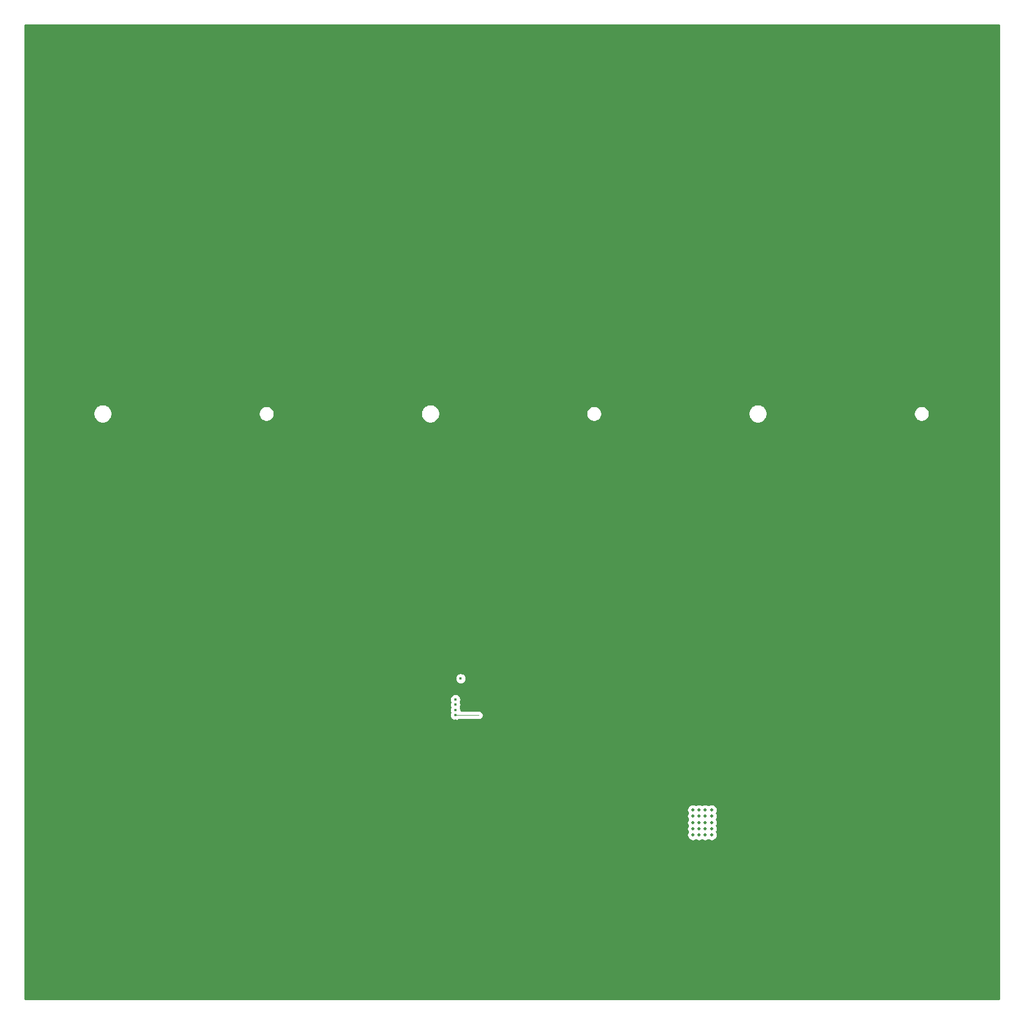
<source format=gbr>
%TF.GenerationSoftware,KiCad,Pcbnew,5.1.6-c6e7f7d~86~ubuntu18.04.1*%
%TF.CreationDate,2020-06-01T18:26:28-05:00*%
%TF.ProjectId,AP2100,41503231-3030-42e6-9b69-6361645f7063,rev?*%
%TF.SameCoordinates,Original*%
%TF.FileFunction,Copper,L2,Inr*%
%TF.FilePolarity,Positive*%
%FSLAX46Y46*%
G04 Gerber Fmt 4.6, Leading zero omitted, Abs format (unit mm)*
G04 Created by KiCad (PCBNEW 5.1.6-c6e7f7d~86~ubuntu18.04.1) date 2020-06-01 18:26:28*
%MOMM*%
%LPD*%
G01*
G04 APERTURE LIST*
%TA.AperFunction,ViaPad*%
%ADD10C,0.499999*%
%TD*%
%TA.AperFunction,ViaPad*%
%ADD11C,0.400000*%
%TD*%
%TA.AperFunction,Conductor*%
%ADD12C,0.105000*%
%TD*%
%TA.AperFunction,Conductor*%
%ADD13C,0.254000*%
%TD*%
G04 APERTURE END LIST*
D10*
%TO.N,N/C*%
%TO.C,U1*%
X103525000Y-121449999D03*
X103525000Y-123350001D03*
X103525000Y-122400000D03*
X104475000Y-122400000D03*
X104475000Y-123350001D03*
X104475000Y-121449999D03*
X104475000Y-120499999D03*
X103525000Y-120499999D03*
X103525000Y-124300001D03*
X104475000Y-124300001D03*
X105425001Y-124300001D03*
X105425001Y-120499999D03*
X105425001Y-121449999D03*
X105425001Y-123350001D03*
X105425001Y-122400000D03*
X102574999Y-122400000D03*
X102574999Y-123350001D03*
X102574999Y-121449999D03*
X102574999Y-120499999D03*
X102574999Y-124300001D03*
%TD*%
D11*
%TO.N,*%
X66340000Y-106030000D03*
X66340000Y-104430000D03*
%TO.N,GND*%
X66340000Y-106830000D03*
%TO.N,Net-(U2-PadW22)*%
X66340000Y-105230000D03*
%TO.N,Net-(U2-PadU22)*%
X66340000Y-103630000D03*
%TO.N,Net-(U2-PadN23)*%
X67140000Y-100430000D03*
%TD*%
D12*
%TO.N,*%
X66340000Y-106030000D02*
X69940000Y-106030000D01*
%TO.N,GND*%
X66339514Y-106830000D02*
X69939528Y-106830000D01*
%TD*%
D13*
%TO.N,GND*%
G36*
X149315001Y-149315000D02*
G01*
X685000Y-149315000D01*
X685000Y-120412834D01*
X101690000Y-120412834D01*
X101690000Y-120587164D01*
X101724010Y-120758144D01*
X101790723Y-120919203D01*
X101828005Y-120974999D01*
X101790723Y-121030795D01*
X101724010Y-121191854D01*
X101690000Y-121362834D01*
X101690000Y-121537164D01*
X101724010Y-121708144D01*
X101790723Y-121869203D01*
X101828005Y-121925000D01*
X101790723Y-121980796D01*
X101724010Y-122141855D01*
X101690000Y-122312835D01*
X101690000Y-122487165D01*
X101724010Y-122658145D01*
X101790723Y-122819204D01*
X101828005Y-122875000D01*
X101790723Y-122930797D01*
X101724010Y-123091856D01*
X101690000Y-123262836D01*
X101690000Y-123437166D01*
X101724010Y-123608146D01*
X101790723Y-123769205D01*
X101828005Y-123825001D01*
X101790723Y-123880797D01*
X101724010Y-124041856D01*
X101690000Y-124212836D01*
X101690000Y-124387166D01*
X101724010Y-124558146D01*
X101790723Y-124719205D01*
X101887575Y-124864155D01*
X102010845Y-124987425D01*
X102155795Y-125084277D01*
X102316854Y-125150990D01*
X102487834Y-125185000D01*
X102662164Y-125185000D01*
X102833144Y-125150990D01*
X102994203Y-125084277D01*
X103050000Y-125046995D01*
X103105796Y-125084277D01*
X103266855Y-125150990D01*
X103437835Y-125185000D01*
X103612165Y-125185000D01*
X103783145Y-125150990D01*
X103944204Y-125084277D01*
X104000000Y-125046995D01*
X104055796Y-125084277D01*
X104216855Y-125150990D01*
X104387835Y-125185000D01*
X104562165Y-125185000D01*
X104733145Y-125150990D01*
X104894204Y-125084277D01*
X104950001Y-125046995D01*
X105005797Y-125084277D01*
X105166856Y-125150990D01*
X105337836Y-125185000D01*
X105512166Y-125185000D01*
X105683146Y-125150990D01*
X105844205Y-125084277D01*
X105989155Y-124987425D01*
X106112425Y-124864155D01*
X106209277Y-124719205D01*
X106275990Y-124558146D01*
X106310000Y-124387166D01*
X106310000Y-124212836D01*
X106275990Y-124041856D01*
X106209277Y-123880797D01*
X106171995Y-123825001D01*
X106209277Y-123769205D01*
X106275990Y-123608146D01*
X106310000Y-123437166D01*
X106310000Y-123262836D01*
X106275990Y-123091856D01*
X106209277Y-122930797D01*
X106171995Y-122875001D01*
X106209277Y-122819204D01*
X106275990Y-122658145D01*
X106310000Y-122487165D01*
X106310000Y-122312835D01*
X106275990Y-122141855D01*
X106209277Y-121980796D01*
X106171995Y-121925000D01*
X106209277Y-121869203D01*
X106275990Y-121708144D01*
X106310000Y-121537164D01*
X106310000Y-121362834D01*
X106275990Y-121191854D01*
X106209277Y-121030795D01*
X106171995Y-120974999D01*
X106209277Y-120919203D01*
X106275990Y-120758144D01*
X106310000Y-120587164D01*
X106310000Y-120412834D01*
X106275990Y-120241854D01*
X106209277Y-120080795D01*
X106112425Y-119935845D01*
X105989155Y-119812575D01*
X105844205Y-119715723D01*
X105683146Y-119649010D01*
X105512166Y-119615000D01*
X105337836Y-119615000D01*
X105166856Y-119649010D01*
X105005797Y-119715723D01*
X104950001Y-119753005D01*
X104894204Y-119715723D01*
X104733145Y-119649010D01*
X104562165Y-119615000D01*
X104387835Y-119615000D01*
X104216855Y-119649010D01*
X104055796Y-119715723D01*
X104000000Y-119753005D01*
X103944204Y-119715723D01*
X103783145Y-119649010D01*
X103612165Y-119615000D01*
X103437835Y-119615000D01*
X103266855Y-119649010D01*
X103105796Y-119715723D01*
X103050000Y-119753005D01*
X102994203Y-119715723D01*
X102833144Y-119649010D01*
X102662164Y-119615000D01*
X102487834Y-119615000D01*
X102316854Y-119649010D01*
X102155795Y-119715723D01*
X102010845Y-119812575D01*
X101887575Y-119935845D01*
X101790723Y-120080795D01*
X101724010Y-120241854D01*
X101690000Y-120412834D01*
X685000Y-120412834D01*
X685000Y-103547760D01*
X65505000Y-103547760D01*
X65505000Y-103712240D01*
X65537089Y-103873560D01*
X65600033Y-104025521D01*
X65603026Y-104030000D01*
X65600033Y-104034479D01*
X65537089Y-104186440D01*
X65505000Y-104347760D01*
X65505000Y-104512240D01*
X65537089Y-104673560D01*
X65600033Y-104825521D01*
X65603026Y-104830000D01*
X65600033Y-104834479D01*
X65537089Y-104986440D01*
X65505000Y-105147760D01*
X65505000Y-105312240D01*
X65537089Y-105473560D01*
X65600033Y-105625521D01*
X65603026Y-105630000D01*
X65600033Y-105634479D01*
X65537089Y-105786440D01*
X65505000Y-105947760D01*
X65505000Y-106112240D01*
X65537089Y-106273560D01*
X65600033Y-106425521D01*
X65691413Y-106562281D01*
X65807719Y-106678587D01*
X65944479Y-106769967D01*
X66096440Y-106832911D01*
X66257760Y-106865000D01*
X66422240Y-106865000D01*
X66583560Y-106832911D01*
X66735521Y-106769967D01*
X66814044Y-106717500D01*
X69973769Y-106717500D01*
X70074773Y-106707552D01*
X70204368Y-106668240D01*
X70323802Y-106604401D01*
X70428488Y-106518488D01*
X70514401Y-106413802D01*
X70578240Y-106294368D01*
X70617552Y-106164773D01*
X70630826Y-106030000D01*
X70617552Y-105895227D01*
X70578240Y-105765632D01*
X70514401Y-105646198D01*
X70428488Y-105541512D01*
X70323802Y-105455599D01*
X70204368Y-105391760D01*
X70074773Y-105352448D01*
X69973769Y-105342500D01*
X67168981Y-105342500D01*
X67175000Y-105312240D01*
X67175000Y-105147760D01*
X67142911Y-104986440D01*
X67079967Y-104834479D01*
X67076974Y-104830000D01*
X67079967Y-104825521D01*
X67142911Y-104673560D01*
X67175000Y-104512240D01*
X67175000Y-104347760D01*
X67142911Y-104186440D01*
X67079967Y-104034479D01*
X67076974Y-104030000D01*
X67079967Y-104025521D01*
X67142911Y-103873560D01*
X67175000Y-103712240D01*
X67175000Y-103547760D01*
X67142911Y-103386440D01*
X67079967Y-103234479D01*
X66988587Y-103097719D01*
X66872281Y-102981413D01*
X66735521Y-102890033D01*
X66583560Y-102827089D01*
X66422240Y-102795000D01*
X66257760Y-102795000D01*
X66096440Y-102827089D01*
X65944479Y-102890033D01*
X65807719Y-102981413D01*
X65691413Y-103097719D01*
X65600033Y-103234479D01*
X65537089Y-103386440D01*
X65505000Y-103547760D01*
X685000Y-103547760D01*
X685000Y-100347760D01*
X66305000Y-100347760D01*
X66305000Y-100512240D01*
X66337089Y-100673560D01*
X66400033Y-100825521D01*
X66491413Y-100962281D01*
X66607719Y-101078587D01*
X66744479Y-101169967D01*
X66896440Y-101232911D01*
X67057760Y-101265000D01*
X67222240Y-101265000D01*
X67383560Y-101232911D01*
X67535521Y-101169967D01*
X67672281Y-101078587D01*
X67788587Y-100962281D01*
X67879967Y-100825521D01*
X67942911Y-100673560D01*
X67975000Y-100512240D01*
X67975000Y-100347760D01*
X67942911Y-100186440D01*
X67879967Y-100034479D01*
X67788587Y-99897719D01*
X67672281Y-99781413D01*
X67535521Y-99690033D01*
X67383560Y-99627089D01*
X67222240Y-99595000D01*
X67057760Y-99595000D01*
X66896440Y-99627089D01*
X66744479Y-99690033D01*
X66607719Y-99781413D01*
X66491413Y-99897719D01*
X66400033Y-100034479D01*
X66337089Y-100186440D01*
X66305000Y-100347760D01*
X685000Y-100347760D01*
X685000Y-59858665D01*
X11065000Y-59858665D01*
X11065000Y-60141335D01*
X11120147Y-60418574D01*
X11228320Y-60679727D01*
X11385363Y-60914759D01*
X11585241Y-61114637D01*
X11820273Y-61271680D01*
X12081426Y-61379853D01*
X12358665Y-61435000D01*
X12641335Y-61435000D01*
X12918574Y-61379853D01*
X13179727Y-61271680D01*
X13414759Y-61114637D01*
X13614637Y-60914759D01*
X13771680Y-60679727D01*
X13879853Y-60418574D01*
X13935000Y-60141335D01*
X13935000Y-59883288D01*
X36315000Y-59883288D01*
X36315000Y-60116712D01*
X36360539Y-60345652D01*
X36449866Y-60561308D01*
X36579550Y-60755394D01*
X36744606Y-60920450D01*
X36938692Y-61050134D01*
X37154348Y-61139461D01*
X37383288Y-61185000D01*
X37616712Y-61185000D01*
X37845652Y-61139461D01*
X38061308Y-61050134D01*
X38255394Y-60920450D01*
X38420450Y-60755394D01*
X38550134Y-60561308D01*
X38639461Y-60345652D01*
X38685000Y-60116712D01*
X38685000Y-59883288D01*
X38680103Y-59858665D01*
X61065000Y-59858665D01*
X61065000Y-60141335D01*
X61120147Y-60418574D01*
X61228320Y-60679727D01*
X61385363Y-60914759D01*
X61585241Y-61114637D01*
X61820273Y-61271680D01*
X62081426Y-61379853D01*
X62358665Y-61435000D01*
X62641335Y-61435000D01*
X62918574Y-61379853D01*
X63179727Y-61271680D01*
X63414759Y-61114637D01*
X63614637Y-60914759D01*
X63771680Y-60679727D01*
X63879853Y-60418574D01*
X63935000Y-60141335D01*
X63935000Y-59883288D01*
X86315000Y-59883288D01*
X86315000Y-60116712D01*
X86360539Y-60345652D01*
X86449866Y-60561308D01*
X86579550Y-60755394D01*
X86744606Y-60920450D01*
X86938692Y-61050134D01*
X87154348Y-61139461D01*
X87383288Y-61185000D01*
X87616712Y-61185000D01*
X87845652Y-61139461D01*
X88061308Y-61050134D01*
X88255394Y-60920450D01*
X88420450Y-60755394D01*
X88550134Y-60561308D01*
X88639461Y-60345652D01*
X88685000Y-60116712D01*
X88685000Y-59883288D01*
X88680103Y-59858665D01*
X111065000Y-59858665D01*
X111065000Y-60141335D01*
X111120147Y-60418574D01*
X111228320Y-60679727D01*
X111385363Y-60914759D01*
X111585241Y-61114637D01*
X111820273Y-61271680D01*
X112081426Y-61379853D01*
X112358665Y-61435000D01*
X112641335Y-61435000D01*
X112918574Y-61379853D01*
X113179727Y-61271680D01*
X113414759Y-61114637D01*
X113614637Y-60914759D01*
X113771680Y-60679727D01*
X113879853Y-60418574D01*
X113935000Y-60141335D01*
X113935000Y-59883288D01*
X136315000Y-59883288D01*
X136315000Y-60116712D01*
X136360539Y-60345652D01*
X136449866Y-60561308D01*
X136579550Y-60755394D01*
X136744606Y-60920450D01*
X136938692Y-61050134D01*
X137154348Y-61139461D01*
X137383288Y-61185000D01*
X137616712Y-61185000D01*
X137845652Y-61139461D01*
X138061308Y-61050134D01*
X138255394Y-60920450D01*
X138420450Y-60755394D01*
X138550134Y-60561308D01*
X138639461Y-60345652D01*
X138685000Y-60116712D01*
X138685000Y-59883288D01*
X138639461Y-59654348D01*
X138550134Y-59438692D01*
X138420450Y-59244606D01*
X138255394Y-59079550D01*
X138061308Y-58949866D01*
X137845652Y-58860539D01*
X137616712Y-58815000D01*
X137383288Y-58815000D01*
X137154348Y-58860539D01*
X136938692Y-58949866D01*
X136744606Y-59079550D01*
X136579550Y-59244606D01*
X136449866Y-59438692D01*
X136360539Y-59654348D01*
X136315000Y-59883288D01*
X113935000Y-59883288D01*
X113935000Y-59858665D01*
X113879853Y-59581426D01*
X113771680Y-59320273D01*
X113614637Y-59085241D01*
X113414759Y-58885363D01*
X113179727Y-58728320D01*
X112918574Y-58620147D01*
X112641335Y-58565000D01*
X112358665Y-58565000D01*
X112081426Y-58620147D01*
X111820273Y-58728320D01*
X111585241Y-58885363D01*
X111385363Y-59085241D01*
X111228320Y-59320273D01*
X111120147Y-59581426D01*
X111065000Y-59858665D01*
X88680103Y-59858665D01*
X88639461Y-59654348D01*
X88550134Y-59438692D01*
X88420450Y-59244606D01*
X88255394Y-59079550D01*
X88061308Y-58949866D01*
X87845652Y-58860539D01*
X87616712Y-58815000D01*
X87383288Y-58815000D01*
X87154348Y-58860539D01*
X86938692Y-58949866D01*
X86744606Y-59079550D01*
X86579550Y-59244606D01*
X86449866Y-59438692D01*
X86360539Y-59654348D01*
X86315000Y-59883288D01*
X63935000Y-59883288D01*
X63935000Y-59858665D01*
X63879853Y-59581426D01*
X63771680Y-59320273D01*
X63614637Y-59085241D01*
X63414759Y-58885363D01*
X63179727Y-58728320D01*
X62918574Y-58620147D01*
X62641335Y-58565000D01*
X62358665Y-58565000D01*
X62081426Y-58620147D01*
X61820273Y-58728320D01*
X61585241Y-58885363D01*
X61385363Y-59085241D01*
X61228320Y-59320273D01*
X61120147Y-59581426D01*
X61065000Y-59858665D01*
X38680103Y-59858665D01*
X38639461Y-59654348D01*
X38550134Y-59438692D01*
X38420450Y-59244606D01*
X38255394Y-59079550D01*
X38061308Y-58949866D01*
X37845652Y-58860539D01*
X37616712Y-58815000D01*
X37383288Y-58815000D01*
X37154348Y-58860539D01*
X36938692Y-58949866D01*
X36744606Y-59079550D01*
X36579550Y-59244606D01*
X36449866Y-59438692D01*
X36360539Y-59654348D01*
X36315000Y-59883288D01*
X13935000Y-59883288D01*
X13935000Y-59858665D01*
X13879853Y-59581426D01*
X13771680Y-59320273D01*
X13614637Y-59085241D01*
X13414759Y-58885363D01*
X13179727Y-58728320D01*
X12918574Y-58620147D01*
X12641335Y-58565000D01*
X12358665Y-58565000D01*
X12081426Y-58620147D01*
X11820273Y-58728320D01*
X11585241Y-58885363D01*
X11385363Y-59085241D01*
X11228320Y-59320273D01*
X11120147Y-59581426D01*
X11065000Y-59858665D01*
X685000Y-59858665D01*
X685000Y-685000D01*
X149315000Y-685000D01*
X149315001Y-149315000D01*
G37*
X149315001Y-149315000D02*
X685000Y-149315000D01*
X685000Y-120412834D01*
X101690000Y-120412834D01*
X101690000Y-120587164D01*
X101724010Y-120758144D01*
X101790723Y-120919203D01*
X101828005Y-120974999D01*
X101790723Y-121030795D01*
X101724010Y-121191854D01*
X101690000Y-121362834D01*
X101690000Y-121537164D01*
X101724010Y-121708144D01*
X101790723Y-121869203D01*
X101828005Y-121925000D01*
X101790723Y-121980796D01*
X101724010Y-122141855D01*
X101690000Y-122312835D01*
X101690000Y-122487165D01*
X101724010Y-122658145D01*
X101790723Y-122819204D01*
X101828005Y-122875000D01*
X101790723Y-122930797D01*
X101724010Y-123091856D01*
X101690000Y-123262836D01*
X101690000Y-123437166D01*
X101724010Y-123608146D01*
X101790723Y-123769205D01*
X101828005Y-123825001D01*
X101790723Y-123880797D01*
X101724010Y-124041856D01*
X101690000Y-124212836D01*
X101690000Y-124387166D01*
X101724010Y-124558146D01*
X101790723Y-124719205D01*
X101887575Y-124864155D01*
X102010845Y-124987425D01*
X102155795Y-125084277D01*
X102316854Y-125150990D01*
X102487834Y-125185000D01*
X102662164Y-125185000D01*
X102833144Y-125150990D01*
X102994203Y-125084277D01*
X103050000Y-125046995D01*
X103105796Y-125084277D01*
X103266855Y-125150990D01*
X103437835Y-125185000D01*
X103612165Y-125185000D01*
X103783145Y-125150990D01*
X103944204Y-125084277D01*
X104000000Y-125046995D01*
X104055796Y-125084277D01*
X104216855Y-125150990D01*
X104387835Y-125185000D01*
X104562165Y-125185000D01*
X104733145Y-125150990D01*
X104894204Y-125084277D01*
X104950001Y-125046995D01*
X105005797Y-125084277D01*
X105166856Y-125150990D01*
X105337836Y-125185000D01*
X105512166Y-125185000D01*
X105683146Y-125150990D01*
X105844205Y-125084277D01*
X105989155Y-124987425D01*
X106112425Y-124864155D01*
X106209277Y-124719205D01*
X106275990Y-124558146D01*
X106310000Y-124387166D01*
X106310000Y-124212836D01*
X106275990Y-124041856D01*
X106209277Y-123880797D01*
X106171995Y-123825001D01*
X106209277Y-123769205D01*
X106275990Y-123608146D01*
X106310000Y-123437166D01*
X106310000Y-123262836D01*
X106275990Y-123091856D01*
X106209277Y-122930797D01*
X106171995Y-122875001D01*
X106209277Y-122819204D01*
X106275990Y-122658145D01*
X106310000Y-122487165D01*
X106310000Y-122312835D01*
X106275990Y-122141855D01*
X106209277Y-121980796D01*
X106171995Y-121925000D01*
X106209277Y-121869203D01*
X106275990Y-121708144D01*
X106310000Y-121537164D01*
X106310000Y-121362834D01*
X106275990Y-121191854D01*
X106209277Y-121030795D01*
X106171995Y-120974999D01*
X106209277Y-120919203D01*
X106275990Y-120758144D01*
X106310000Y-120587164D01*
X106310000Y-120412834D01*
X106275990Y-120241854D01*
X106209277Y-120080795D01*
X106112425Y-119935845D01*
X105989155Y-119812575D01*
X105844205Y-119715723D01*
X105683146Y-119649010D01*
X105512166Y-119615000D01*
X105337836Y-119615000D01*
X105166856Y-119649010D01*
X105005797Y-119715723D01*
X104950001Y-119753005D01*
X104894204Y-119715723D01*
X104733145Y-119649010D01*
X104562165Y-119615000D01*
X104387835Y-119615000D01*
X104216855Y-119649010D01*
X104055796Y-119715723D01*
X104000000Y-119753005D01*
X103944204Y-119715723D01*
X103783145Y-119649010D01*
X103612165Y-119615000D01*
X103437835Y-119615000D01*
X103266855Y-119649010D01*
X103105796Y-119715723D01*
X103050000Y-119753005D01*
X102994203Y-119715723D01*
X102833144Y-119649010D01*
X102662164Y-119615000D01*
X102487834Y-119615000D01*
X102316854Y-119649010D01*
X102155795Y-119715723D01*
X102010845Y-119812575D01*
X101887575Y-119935845D01*
X101790723Y-120080795D01*
X101724010Y-120241854D01*
X101690000Y-120412834D01*
X685000Y-120412834D01*
X685000Y-103547760D01*
X65505000Y-103547760D01*
X65505000Y-103712240D01*
X65537089Y-103873560D01*
X65600033Y-104025521D01*
X65603026Y-104030000D01*
X65600033Y-104034479D01*
X65537089Y-104186440D01*
X65505000Y-104347760D01*
X65505000Y-104512240D01*
X65537089Y-104673560D01*
X65600033Y-104825521D01*
X65603026Y-104830000D01*
X65600033Y-104834479D01*
X65537089Y-104986440D01*
X65505000Y-105147760D01*
X65505000Y-105312240D01*
X65537089Y-105473560D01*
X65600033Y-105625521D01*
X65603026Y-105630000D01*
X65600033Y-105634479D01*
X65537089Y-105786440D01*
X65505000Y-105947760D01*
X65505000Y-106112240D01*
X65537089Y-106273560D01*
X65600033Y-106425521D01*
X65691413Y-106562281D01*
X65807719Y-106678587D01*
X65944479Y-106769967D01*
X66096440Y-106832911D01*
X66257760Y-106865000D01*
X66422240Y-106865000D01*
X66583560Y-106832911D01*
X66735521Y-106769967D01*
X66814044Y-106717500D01*
X69973769Y-106717500D01*
X70074773Y-106707552D01*
X70204368Y-106668240D01*
X70323802Y-106604401D01*
X70428488Y-106518488D01*
X70514401Y-106413802D01*
X70578240Y-106294368D01*
X70617552Y-106164773D01*
X70630826Y-106030000D01*
X70617552Y-105895227D01*
X70578240Y-105765632D01*
X70514401Y-105646198D01*
X70428488Y-105541512D01*
X70323802Y-105455599D01*
X70204368Y-105391760D01*
X70074773Y-105352448D01*
X69973769Y-105342500D01*
X67168981Y-105342500D01*
X67175000Y-105312240D01*
X67175000Y-105147760D01*
X67142911Y-104986440D01*
X67079967Y-104834479D01*
X67076974Y-104830000D01*
X67079967Y-104825521D01*
X67142911Y-104673560D01*
X67175000Y-104512240D01*
X67175000Y-104347760D01*
X67142911Y-104186440D01*
X67079967Y-104034479D01*
X67076974Y-104030000D01*
X67079967Y-104025521D01*
X67142911Y-103873560D01*
X67175000Y-103712240D01*
X67175000Y-103547760D01*
X67142911Y-103386440D01*
X67079967Y-103234479D01*
X66988587Y-103097719D01*
X66872281Y-102981413D01*
X66735521Y-102890033D01*
X66583560Y-102827089D01*
X66422240Y-102795000D01*
X66257760Y-102795000D01*
X66096440Y-102827089D01*
X65944479Y-102890033D01*
X65807719Y-102981413D01*
X65691413Y-103097719D01*
X65600033Y-103234479D01*
X65537089Y-103386440D01*
X65505000Y-103547760D01*
X685000Y-103547760D01*
X685000Y-100347760D01*
X66305000Y-100347760D01*
X66305000Y-100512240D01*
X66337089Y-100673560D01*
X66400033Y-100825521D01*
X66491413Y-100962281D01*
X66607719Y-101078587D01*
X66744479Y-101169967D01*
X66896440Y-101232911D01*
X67057760Y-101265000D01*
X67222240Y-101265000D01*
X67383560Y-101232911D01*
X67535521Y-101169967D01*
X67672281Y-101078587D01*
X67788587Y-100962281D01*
X67879967Y-100825521D01*
X67942911Y-100673560D01*
X67975000Y-100512240D01*
X67975000Y-100347760D01*
X67942911Y-100186440D01*
X67879967Y-100034479D01*
X67788587Y-99897719D01*
X67672281Y-99781413D01*
X67535521Y-99690033D01*
X67383560Y-99627089D01*
X67222240Y-99595000D01*
X67057760Y-99595000D01*
X66896440Y-99627089D01*
X66744479Y-99690033D01*
X66607719Y-99781413D01*
X66491413Y-99897719D01*
X66400033Y-100034479D01*
X66337089Y-100186440D01*
X66305000Y-100347760D01*
X685000Y-100347760D01*
X685000Y-59858665D01*
X11065000Y-59858665D01*
X11065000Y-60141335D01*
X11120147Y-60418574D01*
X11228320Y-60679727D01*
X11385363Y-60914759D01*
X11585241Y-61114637D01*
X11820273Y-61271680D01*
X12081426Y-61379853D01*
X12358665Y-61435000D01*
X12641335Y-61435000D01*
X12918574Y-61379853D01*
X13179727Y-61271680D01*
X13414759Y-61114637D01*
X13614637Y-60914759D01*
X13771680Y-60679727D01*
X13879853Y-60418574D01*
X13935000Y-60141335D01*
X13935000Y-59883288D01*
X36315000Y-59883288D01*
X36315000Y-60116712D01*
X36360539Y-60345652D01*
X36449866Y-60561308D01*
X36579550Y-60755394D01*
X36744606Y-60920450D01*
X36938692Y-61050134D01*
X37154348Y-61139461D01*
X37383288Y-61185000D01*
X37616712Y-61185000D01*
X37845652Y-61139461D01*
X38061308Y-61050134D01*
X38255394Y-60920450D01*
X38420450Y-60755394D01*
X38550134Y-60561308D01*
X38639461Y-60345652D01*
X38685000Y-60116712D01*
X38685000Y-59883288D01*
X38680103Y-59858665D01*
X61065000Y-59858665D01*
X61065000Y-60141335D01*
X61120147Y-60418574D01*
X61228320Y-60679727D01*
X61385363Y-60914759D01*
X61585241Y-61114637D01*
X61820273Y-61271680D01*
X62081426Y-61379853D01*
X62358665Y-61435000D01*
X62641335Y-61435000D01*
X62918574Y-61379853D01*
X63179727Y-61271680D01*
X63414759Y-61114637D01*
X63614637Y-60914759D01*
X63771680Y-60679727D01*
X63879853Y-60418574D01*
X63935000Y-60141335D01*
X63935000Y-59883288D01*
X86315000Y-59883288D01*
X86315000Y-60116712D01*
X86360539Y-60345652D01*
X86449866Y-60561308D01*
X86579550Y-60755394D01*
X86744606Y-60920450D01*
X86938692Y-61050134D01*
X87154348Y-61139461D01*
X87383288Y-61185000D01*
X87616712Y-61185000D01*
X87845652Y-61139461D01*
X88061308Y-61050134D01*
X88255394Y-60920450D01*
X88420450Y-60755394D01*
X88550134Y-60561308D01*
X88639461Y-60345652D01*
X88685000Y-60116712D01*
X88685000Y-59883288D01*
X88680103Y-59858665D01*
X111065000Y-59858665D01*
X111065000Y-60141335D01*
X111120147Y-60418574D01*
X111228320Y-60679727D01*
X111385363Y-60914759D01*
X111585241Y-61114637D01*
X111820273Y-61271680D01*
X112081426Y-61379853D01*
X112358665Y-61435000D01*
X112641335Y-61435000D01*
X112918574Y-61379853D01*
X113179727Y-61271680D01*
X113414759Y-61114637D01*
X113614637Y-60914759D01*
X113771680Y-60679727D01*
X113879853Y-60418574D01*
X113935000Y-60141335D01*
X113935000Y-59883288D01*
X136315000Y-59883288D01*
X136315000Y-60116712D01*
X136360539Y-60345652D01*
X136449866Y-60561308D01*
X136579550Y-60755394D01*
X136744606Y-60920450D01*
X136938692Y-61050134D01*
X137154348Y-61139461D01*
X137383288Y-61185000D01*
X137616712Y-61185000D01*
X137845652Y-61139461D01*
X138061308Y-61050134D01*
X138255394Y-60920450D01*
X138420450Y-60755394D01*
X138550134Y-60561308D01*
X138639461Y-60345652D01*
X138685000Y-60116712D01*
X138685000Y-59883288D01*
X138639461Y-59654348D01*
X138550134Y-59438692D01*
X138420450Y-59244606D01*
X138255394Y-59079550D01*
X138061308Y-58949866D01*
X137845652Y-58860539D01*
X137616712Y-58815000D01*
X137383288Y-58815000D01*
X137154348Y-58860539D01*
X136938692Y-58949866D01*
X136744606Y-59079550D01*
X136579550Y-59244606D01*
X136449866Y-59438692D01*
X136360539Y-59654348D01*
X136315000Y-59883288D01*
X113935000Y-59883288D01*
X113935000Y-59858665D01*
X113879853Y-59581426D01*
X113771680Y-59320273D01*
X113614637Y-59085241D01*
X113414759Y-58885363D01*
X113179727Y-58728320D01*
X112918574Y-58620147D01*
X112641335Y-58565000D01*
X112358665Y-58565000D01*
X112081426Y-58620147D01*
X111820273Y-58728320D01*
X111585241Y-58885363D01*
X111385363Y-59085241D01*
X111228320Y-59320273D01*
X111120147Y-59581426D01*
X111065000Y-59858665D01*
X88680103Y-59858665D01*
X88639461Y-59654348D01*
X88550134Y-59438692D01*
X88420450Y-59244606D01*
X88255394Y-59079550D01*
X88061308Y-58949866D01*
X87845652Y-58860539D01*
X87616712Y-58815000D01*
X87383288Y-58815000D01*
X87154348Y-58860539D01*
X86938692Y-58949866D01*
X86744606Y-59079550D01*
X86579550Y-59244606D01*
X86449866Y-59438692D01*
X86360539Y-59654348D01*
X86315000Y-59883288D01*
X63935000Y-59883288D01*
X63935000Y-59858665D01*
X63879853Y-59581426D01*
X63771680Y-59320273D01*
X63614637Y-59085241D01*
X63414759Y-58885363D01*
X63179727Y-58728320D01*
X62918574Y-58620147D01*
X62641335Y-58565000D01*
X62358665Y-58565000D01*
X62081426Y-58620147D01*
X61820273Y-58728320D01*
X61585241Y-58885363D01*
X61385363Y-59085241D01*
X61228320Y-59320273D01*
X61120147Y-59581426D01*
X61065000Y-59858665D01*
X38680103Y-59858665D01*
X38639461Y-59654348D01*
X38550134Y-59438692D01*
X38420450Y-59244606D01*
X38255394Y-59079550D01*
X38061308Y-58949866D01*
X37845652Y-58860539D01*
X37616712Y-58815000D01*
X37383288Y-58815000D01*
X37154348Y-58860539D01*
X36938692Y-58949866D01*
X36744606Y-59079550D01*
X36579550Y-59244606D01*
X36449866Y-59438692D01*
X36360539Y-59654348D01*
X36315000Y-59883288D01*
X13935000Y-59883288D01*
X13935000Y-59858665D01*
X13879853Y-59581426D01*
X13771680Y-59320273D01*
X13614637Y-59085241D01*
X13414759Y-58885363D01*
X13179727Y-58728320D01*
X12918574Y-58620147D01*
X12641335Y-58565000D01*
X12358665Y-58565000D01*
X12081426Y-58620147D01*
X11820273Y-58728320D01*
X11585241Y-58885363D01*
X11385363Y-59085241D01*
X11228320Y-59320273D01*
X11120147Y-59581426D01*
X11065000Y-59858665D01*
X685000Y-59858665D01*
X685000Y-685000D01*
X149315000Y-685000D01*
X149315001Y-149315000D01*
%TD*%
M02*

</source>
